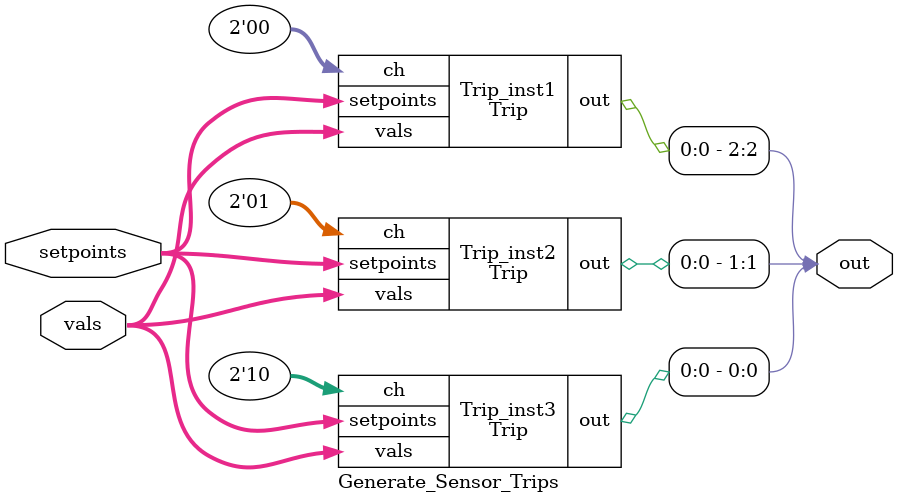
<source format=sv>
module Is_Ch_Tripped
    #(localparam lg2 = 2)
    ( input logic [lg2 - 1:0] mode,
      input logic sensor_tripped,
      output logic out
    );
    // ../models/MPS/InstrumentationUnit.cry:139:1--139:14
    assign out = (mode == 2'h2) | (mode == 2'h1) & sensor_tripped;
endmodule
module Trip
    #(localparam NChannels = 3,
      localparam lg2 = 2)
    ( input logic [NChannels * 32 - 1:0] vals,
      input logic [NChannels * 32 - 1:0] setpoints,
      input logic [lg2 - 1:0] ch,
      output logic out
    );
    logic [31:0] v;
    logic [31:0] sp;
    // ../models/MPS/InstrumentationUnit.cry:228:9--228:10
    assign v[31:0] = vals[32 * (NChannels - ch - 1) + 31-:32];
    // ../models/MPS/InstrumentationUnit.cry:229:9--229:11
    assign sp[31:0] = setpoints[32 * (NChannels - ch - 1) + 31-:32];
    // ../models/MPS/InstrumentationUnit.cry:227:1--227:5
    assign out = ch == 2'h2 ? $signed(v) < $signed(sp) : sp < v;
endmodule
module Generate_Sensor_Trips
    #(localparam NChannels = 3)
    ( input logic [NChannels * 32 - 1:0] vals,
      input logic [NChannels * 32 - 1:0] setpoints,
      output logic [NChannels - 1:0] out
    );
    // ../models/MPS/InstrumentationUnit.cry:221:1--221:22
    // ../models/MPS/InstrumentationUnit.cry:224:5--224:76
    Trip Trip_inst1 (.vals(vals),
                     .setpoints(setpoints),
                     .ch(2'h0),
                     .out(out[NChannels - 1]));
    Trip Trip_inst2 (.vals(vals),
                     .setpoints(setpoints),
                     .ch(2'h1),
                     .out(out[NChannels - 2]));
    Trip Trip_inst3 (.vals(vals),
                     .setpoints(setpoints),
                     .ch(2'h2),
                     .out(out[NChannels - 3]));
endmodule

</source>
